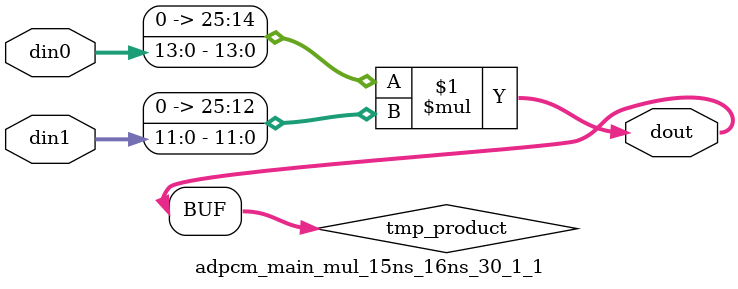
<source format=v>

`timescale 1 ns / 1 ps

  module adpcm_main_mul_15ns_16ns_30_1_1(din0, din1, dout);
parameter ID = 1;
parameter NUM_STAGE = 0;
parameter din0_WIDTH = 14;
parameter din1_WIDTH = 12;
parameter dout_WIDTH = 26;

input [din0_WIDTH - 1 : 0] din0; 
input [din1_WIDTH - 1 : 0] din1; 
output [dout_WIDTH - 1 : 0] dout;

wire signed [dout_WIDTH - 1 : 0] tmp_product;










assign tmp_product = $signed({1'b0, din0}) * $signed({1'b0, din1});











assign dout = tmp_product;







endmodule

</source>
